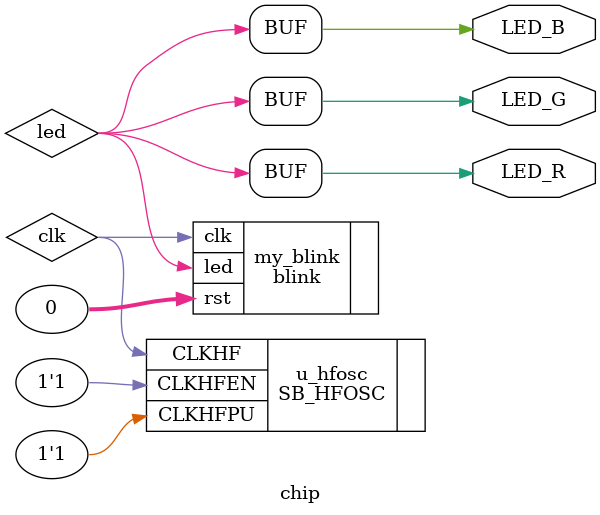
<source format=v>

module chip (
	output	LED_R,
	output	LED_G,
	output	LED_B
	);

	wire clk, led;

	SB_HFOSC u_hfosc (
        	.CLKHFPU(1'b1),
        	.CLKHFEN(1'b1),
        	.CLKHF(clk)
    	);

	blink my_blink (
		.clk(clk),
		.rst(0),
    		.led(led)
	);

	assign LED_R = led;
	assign LED_G = led;
	assign LED_B = led;

endmodule

</source>
